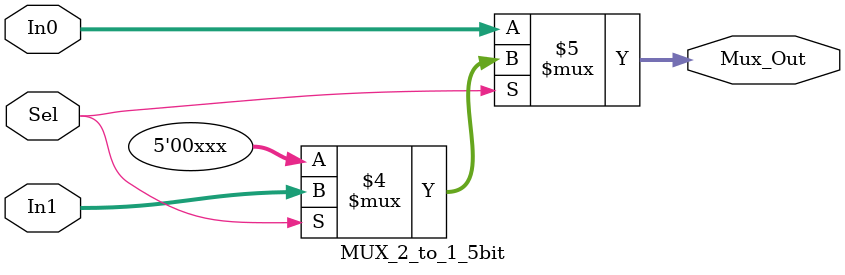
<source format=v>
`timescale 1ns / 1ps
module MUX_2_to_1_5bit(
    input wire [4:0] In0, In1,
	 input wire Sel,
    output wire [4:0] Mux_Out
    );
	 
	 assign Mux_Out = (Sel == 1'b0)? In0:
	                  (Sel == 1'b1)? In1:
					      3'bx; //unknown Sel
							
endmodule

</source>
